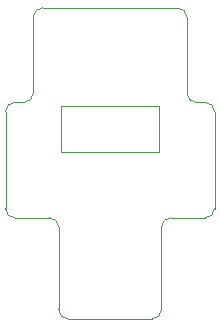
<source format=gbr>
%TF.GenerationSoftware,KiCad,Pcbnew,(6.0.0)*%
%TF.CreationDate,2022-06-09T20:52:26+02:00*%
%TF.ProjectId,TPS42-LCD-Shield,54505334-322d-44c4-9344-2d536869656c,rev?*%
%TF.SameCoordinates,Original*%
%TF.FileFunction,Profile,NP*%
%FSLAX46Y46*%
G04 Gerber Fmt 4.6, Leading zero omitted, Abs format (unit mm)*
G04 Created by KiCad (PCBNEW (6.0.0)) date 2022-06-09 20:52:26*
%MOMM*%
%LPD*%
G01*
G04 APERTURE LIST*
%TA.AperFunction,Profile*%
%ADD10C,0.050000*%
%TD*%
%TA.AperFunction,Profile*%
%ADD11C,0.100000*%
%TD*%
G04 APERTURE END LIST*
D10*
X89280000Y-37630000D02*
X89280000Y-42710000D01*
X103850000Y-53270000D02*
X102210000Y-53270000D01*
X91430000Y-54050000D02*
X91430000Y-61050000D01*
D11*
X99945000Y-43820000D02*
X91615000Y-43820000D01*
D10*
X88500000Y-43490000D02*
G75*
G03*
X89280000Y-42710000I-1J780001D01*
G01*
X102280000Y-42710000D02*
X102280000Y-36280000D01*
X100910000Y-53270000D02*
G75*
G03*
X100130000Y-54050000I1J-780001D01*
G01*
X102280000Y-36280000D02*
G75*
G03*
X101500000Y-35500000I-780001J-1D01*
G01*
X100130000Y-61050000D02*
X100130000Y-54050000D01*
X90650000Y-53270000D02*
X87710000Y-53270000D01*
X87710000Y-43490000D02*
G75*
G03*
X86930000Y-44270000I1J-780001D01*
G01*
X91430000Y-54050000D02*
G75*
G03*
X90650000Y-53270000I-780001J-1D01*
G01*
X90060000Y-35500000D02*
G75*
G03*
X89280000Y-36280000I1J-780001D01*
G01*
X89280000Y-37630000D02*
X89280000Y-36280000D01*
X99350000Y-61830000D02*
G75*
G03*
X100130000Y-61050000I-1J780001D01*
G01*
X87710000Y-43490000D02*
X88500000Y-43490000D01*
D11*
X91615000Y-47680000D02*
X99945000Y-47680000D01*
D10*
X104630000Y-44270000D02*
G75*
G03*
X103850000Y-43490000I-780001J-1D01*
G01*
X104630000Y-44270000D02*
X104630000Y-52490000D01*
X86930000Y-44270000D02*
X86930000Y-52490000D01*
X103060000Y-43490000D02*
X103850000Y-43490000D01*
X99350000Y-61830000D02*
X92210000Y-61830000D01*
X102280000Y-42710000D02*
G75*
G03*
X103060000Y-43490000I780001J1D01*
G01*
X103850000Y-53270000D02*
G75*
G03*
X104630000Y-52490000I-1J780001D01*
G01*
D11*
X91615000Y-43820000D02*
X91615000Y-47680000D01*
X99945000Y-47680000D02*
X99945000Y-43820000D01*
D10*
X86930000Y-52490000D02*
G75*
G03*
X87710000Y-53270000I780001J1D01*
G01*
X91430000Y-61050000D02*
G75*
G03*
X92210000Y-61830000I780001J1D01*
G01*
X102210000Y-53270000D02*
X100910000Y-53270000D01*
X90060000Y-35500000D02*
X101500000Y-35500000D01*
M02*

</source>
